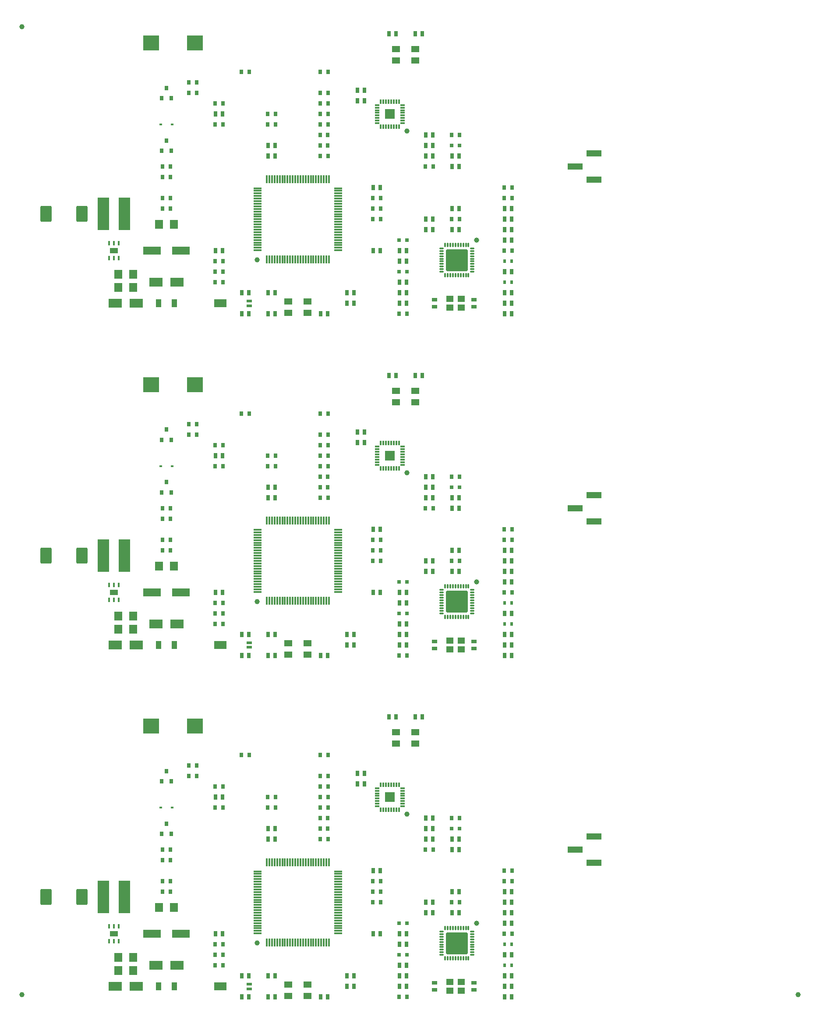
<source format=gtp>
G04*
G04 #@! TF.GenerationSoftware,Altium Limited,Altium Designer,22.11.1 (43)*
G04*
G04 Layer_Color=8421504*
%FSLAX26Y26*%
%MOIN*%
G70*
G04*
G04 #@! TF.SameCoordinates,8CEB45D0-7A21-4CFE-8FF0-22CDAA51B365*
G04*
G04*
G04 #@! TF.FilePolarity,Positive*
G04*
G01*
G75*
%ADD10C,0.039370*%
%ADD11R,0.062992X0.070866*%
%ADD12R,0.137795X0.062992*%
%ADD13R,0.116535X0.050000*%
%ADD14R,0.062992X0.049213*%
%ADD15R,0.027559X0.039370*%
G04:AMPARAMS|DCode=16|XSize=33.071mil|YSize=10.63mil|CornerRadius=1.329mil|HoleSize=0mil|Usage=FLASHONLY|Rotation=270.000|XOffset=0mil|YOffset=0mil|HoleType=Round|Shape=RoundedRectangle|*
%AMROUNDEDRECTD16*
21,1,0.033071,0.007973,0,0,270.0*
21,1,0.030413,0.010630,0,0,270.0*
1,1,0.002657,-0.003986,-0.015207*
1,1,0.002657,-0.003986,0.015207*
1,1,0.002657,0.003986,0.015207*
1,1,0.002657,0.003986,-0.015207*
%
%ADD16ROUNDEDRECTD16*%
G04:AMPARAMS|DCode=17|XSize=33.071mil|YSize=10.63mil|CornerRadius=1.329mil|HoleSize=0mil|Usage=FLASHONLY|Rotation=180.000|XOffset=0mil|YOffset=0mil|HoleType=Round|Shape=RoundedRectangle|*
%AMROUNDEDRECTD17*
21,1,0.033071,0.007973,0,0,180.0*
21,1,0.030413,0.010630,0,0,180.0*
1,1,0.002657,-0.015207,0.003986*
1,1,0.002657,0.015207,0.003986*
1,1,0.002657,0.015207,-0.003986*
1,1,0.002657,-0.015207,-0.003986*
%
%ADD17ROUNDEDRECTD17*%
G04:AMPARAMS|DCode=19|XSize=85.827mil|YSize=122.835mil|CornerRadius=10.728mil|HoleSize=0mil|Usage=FLASHONLY|Rotation=0.000|XOffset=0mil|YOffset=0mil|HoleType=Round|Shape=RoundedRectangle|*
%AMROUNDEDRECTD19*
21,1,0.085827,0.101378,0,0,0.0*
21,1,0.064370,0.122835,0,0,0.0*
1,1,0.021457,0.032185,-0.050689*
1,1,0.021457,-0.032185,-0.050689*
1,1,0.021457,-0.032185,0.050689*
1,1,0.021457,0.032185,0.050689*
%
%ADD19ROUNDEDRECTD19*%
%ADD20R,0.098425X0.066929*%
%ADD21R,0.025591X0.035433*%
%ADD22R,0.029528X0.027559*%
%ADD23R,0.061024X0.011811*%
%ADD24R,0.011811X0.061024*%
%ADD25R,0.120079X0.118110*%
%ADD26R,0.031496X0.035433*%
%ADD27R,0.043307X0.023622*%
%ADD28R,0.094488X0.059055*%
%ADD29R,0.086614X0.248031*%
%ADD31R,0.016535X0.033071*%
%ADD32R,0.039370X0.062992*%
%ADD33R,0.023228X0.017716*%
G04:AMPARAMS|DCode=34|XSize=165.354mil|YSize=165.354mil|CornerRadius=8.268mil|HoleSize=0mil|Usage=FLASHONLY|Rotation=0.000|XOffset=0mil|YOffset=0mil|HoleType=Round|Shape=RoundedRectangle|*
%AMROUNDEDRECTD34*
21,1,0.165354,0.148819,0,0,0.0*
21,1,0.148819,0.165354,0,0,0.0*
1,1,0.016535,0.074409,-0.074409*
1,1,0.016535,-0.074409,-0.074409*
1,1,0.016535,-0.074409,0.074409*
1,1,0.016535,0.074409,0.074409*
%
%ADD34ROUNDEDRECTD34*%
G04:AMPARAMS|DCode=35|XSize=31.496mil|YSize=11.811mil|CornerRadius=2.953mil|HoleSize=0mil|Usage=FLASHONLY|Rotation=270.000|XOffset=0mil|YOffset=0mil|HoleType=Round|Shape=RoundedRectangle|*
%AMROUNDEDRECTD35*
21,1,0.031496,0.005905,0,0,270.0*
21,1,0.025590,0.011811,0,0,270.0*
1,1,0.005906,-0.002953,-0.012795*
1,1,0.005906,-0.002953,0.012795*
1,1,0.005906,0.002953,0.012795*
1,1,0.005906,0.002953,-0.012795*
%
%ADD35ROUNDEDRECTD35*%
G04:AMPARAMS|DCode=36|XSize=31.496mil|YSize=11.811mil|CornerRadius=2.953mil|HoleSize=0mil|Usage=FLASHONLY|Rotation=180.000|XOffset=0mil|YOffset=0mil|HoleType=Round|Shape=RoundedRectangle|*
%AMROUNDEDRECTD36*
21,1,0.031496,0.005905,0,0,180.0*
21,1,0.025590,0.011811,0,0,180.0*
1,1,0.005906,-0.012795,0.002953*
1,1,0.005906,0.012795,0.002953*
1,1,0.005906,0.012795,-0.002953*
1,1,0.005906,-0.012795,-0.002953*
%
%ADD36ROUNDEDRECTD36*%
%ADD37R,0.023622X0.031496*%
%ADD38R,0.039370X0.027559*%
%ADD39R,0.055118X0.047244*%
%ADD67R,0.077165X0.077165*%
G36*
X631125Y5736931D02*
X568875D01*
Y5776770D01*
X631125D01*
Y5736931D01*
D02*
G37*
G36*
Y3138505D02*
X568875D01*
Y3178345D01*
X631125D01*
Y3138505D01*
D02*
G37*
G36*
Y540080D02*
X568875D01*
Y579920D01*
X631125D01*
Y540080D01*
D02*
G37*
G54D10*
X-98425Y7460630D02*
D03*
X5807087Y98425D02*
D03*
X-98425D02*
D03*
X2830000Y1470000D02*
D03*
X3360000Y640000D02*
D03*
X1690000Y490000D02*
D03*
X2830000Y4068425D02*
D03*
X3360000Y3238425D02*
D03*
X1690000Y3088425D02*
D03*
X2830000Y6666850D02*
D03*
X3360000Y5836850D02*
D03*
X1690000Y5686850D02*
D03*
G54D11*
X1055118Y760000D02*
D03*
X944882D02*
D03*
X745118Y380000D02*
D03*
X634882D02*
D03*
X745118Y280000D02*
D03*
X634882D02*
D03*
X1055118Y3358425D02*
D03*
X944882D02*
D03*
X745118Y2978425D02*
D03*
X634882D02*
D03*
X745118Y2878425D02*
D03*
X634882D02*
D03*
X1055118Y5956850D02*
D03*
X944882D02*
D03*
X745118Y5576850D02*
D03*
X634882D02*
D03*
X745118Y5476850D02*
D03*
X634882D02*
D03*
G54D12*
X889764Y560000D02*
D03*
X1110236D02*
D03*
X889764Y3158425D02*
D03*
X1110236D02*
D03*
X889764Y5756850D02*
D03*
X1110236D02*
D03*
G54D13*
X4251732Y1300000D02*
D03*
X4110000Y1200000D02*
D03*
X4251732Y1100000D02*
D03*
Y3898425D02*
D03*
X4110000Y3798425D02*
D03*
X4251732Y3698425D02*
D03*
Y6496850D02*
D03*
X4110000Y6396850D02*
D03*
X4251732Y6296850D02*
D03*
G54D14*
X2892835Y2006693D02*
D03*
X2747166Y2093307D02*
D03*
Y2006693D02*
D03*
X2892835Y2093307D02*
D03*
X2072835Y173307D02*
D03*
X1927166Y86693D02*
D03*
Y173307D02*
D03*
X2072835Y86693D02*
D03*
X2892835Y4605118D02*
D03*
X2747166Y4691732D02*
D03*
Y4605118D02*
D03*
X2892835Y4691732D02*
D03*
X2072835Y2771732D02*
D03*
X1927166Y2685118D02*
D03*
Y2771732D02*
D03*
X2072835Y2685118D02*
D03*
X2892835Y7203543D02*
D03*
X2747166Y7290158D02*
D03*
Y7203543D02*
D03*
X2892835Y7290158D02*
D03*
X2072835Y5370158D02*
D03*
X1927166Y5283543D02*
D03*
Y5370158D02*
D03*
X2072835Y5283543D02*
D03*
G54D15*
X2893425Y2210000D02*
D03*
X2946575D02*
D03*
X2746575D02*
D03*
X2693425D02*
D03*
X2453425Y1700000D02*
D03*
X2506575D02*
D03*
X2453425Y1780000D02*
D03*
X2506575D02*
D03*
X1426575Y1600000D02*
D03*
X1373425D02*
D03*
X3026575Y1280000D02*
D03*
X2973425D02*
D03*
X3173425Y1200000D02*
D03*
X3226575D02*
D03*
X3173425Y1280000D02*
D03*
X3226575D02*
D03*
X3026575Y1440000D02*
D03*
X2973425D02*
D03*
X3026575Y1360000D02*
D03*
X2973425D02*
D03*
X2573425Y560000D02*
D03*
X2626575D02*
D03*
X2426575Y240000D02*
D03*
X2373425D02*
D03*
Y160000D02*
D03*
X2426575D02*
D03*
X2173425Y80000D02*
D03*
X2226575D02*
D03*
X1773425D02*
D03*
X1826575D02*
D03*
X1773425Y240000D02*
D03*
X1826575D02*
D03*
X2626575Y1040000D02*
D03*
X2573425D02*
D03*
X1826575Y1360000D02*
D03*
X1773425D02*
D03*
X1573425Y80000D02*
D03*
X1626575D02*
D03*
X1826575Y1280000D02*
D03*
X1773425D02*
D03*
X3573425Y400000D02*
D03*
X3626575D02*
D03*
Y240000D02*
D03*
X3573425D02*
D03*
Y720000D02*
D03*
X3626575D02*
D03*
X3173425Y880000D02*
D03*
X3226575D02*
D03*
X3573425Y80000D02*
D03*
X3626575D02*
D03*
Y160000D02*
D03*
X3573425D02*
D03*
Y880000D02*
D03*
X3626575D02*
D03*
X3573425Y800000D02*
D03*
X3626575D02*
D03*
X3573425Y640000D02*
D03*
X3626575D02*
D03*
X2826575Y160000D02*
D03*
X2773425D02*
D03*
Y320000D02*
D03*
X2826575D02*
D03*
Y240000D02*
D03*
X2773425D02*
D03*
Y560000D02*
D03*
X2826575D02*
D03*
Y480000D02*
D03*
X2773425D02*
D03*
X3173425Y720000D02*
D03*
X3226575D02*
D03*
X3026575Y800000D02*
D03*
X2973425D02*
D03*
X3026575Y720000D02*
D03*
X2973425D02*
D03*
X1426575Y560000D02*
D03*
X1373425D02*
D03*
X1626575Y240000D02*
D03*
X1573425D02*
D03*
X2893425Y4808425D02*
D03*
X2946575D02*
D03*
X2746575D02*
D03*
X2693425D02*
D03*
X2453425Y4298425D02*
D03*
X2506575D02*
D03*
X2453425Y4378425D02*
D03*
X2506575D02*
D03*
X1426575Y4198425D02*
D03*
X1373425D02*
D03*
X3026575Y3878425D02*
D03*
X2973425D02*
D03*
X3173425Y3798425D02*
D03*
X3226575D02*
D03*
X3173425Y3878425D02*
D03*
X3226575D02*
D03*
X3026575Y4038425D02*
D03*
X2973425D02*
D03*
X3026575Y3958425D02*
D03*
X2973425D02*
D03*
X2573425Y3158425D02*
D03*
X2626575D02*
D03*
X2426575Y2838425D02*
D03*
X2373425D02*
D03*
Y2758425D02*
D03*
X2426575D02*
D03*
X2173425Y2678425D02*
D03*
X2226575D02*
D03*
X1773425D02*
D03*
X1826575D02*
D03*
X1773425Y2838425D02*
D03*
X1826575D02*
D03*
X2626575Y3638425D02*
D03*
X2573425D02*
D03*
X1826575Y3958425D02*
D03*
X1773425D02*
D03*
X1573425Y2678425D02*
D03*
X1626575D02*
D03*
X1826575Y3878425D02*
D03*
X1773425D02*
D03*
X3573425Y2998425D02*
D03*
X3626575D02*
D03*
Y2838425D02*
D03*
X3573425D02*
D03*
Y3318425D02*
D03*
X3626575D02*
D03*
X3173425Y3478425D02*
D03*
X3226575D02*
D03*
X3573425Y2678425D02*
D03*
X3626575D02*
D03*
Y2758425D02*
D03*
X3573425D02*
D03*
Y3478425D02*
D03*
X3626575D02*
D03*
X3573425Y3398425D02*
D03*
X3626575D02*
D03*
X3573425Y3238425D02*
D03*
X3626575D02*
D03*
X2826575Y2758425D02*
D03*
X2773425D02*
D03*
Y2918425D02*
D03*
X2826575D02*
D03*
Y2838425D02*
D03*
X2773425D02*
D03*
Y3158425D02*
D03*
X2826575D02*
D03*
Y3078425D02*
D03*
X2773425D02*
D03*
X3173425Y3318425D02*
D03*
X3226575D02*
D03*
X3026575Y3398425D02*
D03*
X2973425D02*
D03*
X3026575Y3318425D02*
D03*
X2973425D02*
D03*
X1426575Y3158425D02*
D03*
X1373425D02*
D03*
X1626575Y2838425D02*
D03*
X1573425D02*
D03*
X2893425Y7406850D02*
D03*
X2946575D02*
D03*
X2746575D02*
D03*
X2693425D02*
D03*
X2453425Y6896850D02*
D03*
X2506575D02*
D03*
X2453425Y6976850D02*
D03*
X2506575D02*
D03*
X1426575Y6796850D02*
D03*
X1373425D02*
D03*
X3026575Y6476850D02*
D03*
X2973425D02*
D03*
X3173425Y6396850D02*
D03*
X3226575D02*
D03*
X3173425Y6476850D02*
D03*
X3226575D02*
D03*
X3026575Y6636850D02*
D03*
X2973425D02*
D03*
X3026575Y6556850D02*
D03*
X2973425D02*
D03*
X2573425Y5756850D02*
D03*
X2626575D02*
D03*
X2426575Y5436850D02*
D03*
X2373425D02*
D03*
Y5356850D02*
D03*
X2426575D02*
D03*
X2173425Y5276850D02*
D03*
X2226575D02*
D03*
X1773425D02*
D03*
X1826575D02*
D03*
X1773425Y5436850D02*
D03*
X1826575D02*
D03*
X2626575Y6236850D02*
D03*
X2573425D02*
D03*
X1826575Y6556850D02*
D03*
X1773425D02*
D03*
X1573425Y5276850D02*
D03*
X1626575D02*
D03*
X1826575Y6476850D02*
D03*
X1773425D02*
D03*
X3573425Y5596850D02*
D03*
X3626575D02*
D03*
Y5436850D02*
D03*
X3573425D02*
D03*
Y5916850D02*
D03*
X3626575D02*
D03*
X3173425Y6076850D02*
D03*
X3226575D02*
D03*
X3573425Y5276850D02*
D03*
X3626575D02*
D03*
Y5356850D02*
D03*
X3573425D02*
D03*
Y6076850D02*
D03*
X3626575D02*
D03*
X3573425Y5996850D02*
D03*
X3626575D02*
D03*
X3573425Y5836850D02*
D03*
X3626575D02*
D03*
X2826575Y5356850D02*
D03*
X2773425D02*
D03*
Y5516850D02*
D03*
X2826575D02*
D03*
Y5436850D02*
D03*
X2773425D02*
D03*
Y5756850D02*
D03*
X2826575D02*
D03*
Y5676850D02*
D03*
X2773425D02*
D03*
X3173425Y5916850D02*
D03*
X3226575D02*
D03*
X3026575Y5996850D02*
D03*
X2973425D02*
D03*
X3026575Y5916850D02*
D03*
X2973425D02*
D03*
X1426575Y5756850D02*
D03*
X1373425D02*
D03*
X1626575Y5436850D02*
D03*
X1573425D02*
D03*
G54D16*
X2768898Y1695866D02*
D03*
X2749213D02*
D03*
X2729528D02*
D03*
X2709843D02*
D03*
X2690158D02*
D03*
X2670472D02*
D03*
X2650787D02*
D03*
X2631102D02*
D03*
Y1504134D02*
D03*
X2650787D02*
D03*
X2670472D02*
D03*
X2690158D02*
D03*
X2709843D02*
D03*
X2729528D02*
D03*
X2749213D02*
D03*
X2768898D02*
D03*
Y4294291D02*
D03*
X2749213D02*
D03*
X2729528D02*
D03*
X2709843D02*
D03*
X2690158D02*
D03*
X2670472D02*
D03*
X2650787D02*
D03*
X2631102D02*
D03*
Y4102559D02*
D03*
X2650787D02*
D03*
X2670472D02*
D03*
X2690158D02*
D03*
X2709843D02*
D03*
X2729528D02*
D03*
X2749213D02*
D03*
X2768898D02*
D03*
Y6892717D02*
D03*
X2749213D02*
D03*
X2729528D02*
D03*
X2709843D02*
D03*
X2690158D02*
D03*
X2670472D02*
D03*
X2650787D02*
D03*
X2631102D02*
D03*
Y6700984D02*
D03*
X2650787D02*
D03*
X2670472D02*
D03*
X2690158D02*
D03*
X2709843D02*
D03*
X2729528D02*
D03*
X2749213D02*
D03*
X2768898D02*
D03*
G54D17*
X2795866Y1531102D02*
D03*
Y1550787D02*
D03*
Y1570472D02*
D03*
Y1590158D02*
D03*
Y1609842D02*
D03*
Y1629528D02*
D03*
Y1649213D02*
D03*
Y1668898D02*
D03*
X2604134D02*
D03*
Y1649213D02*
D03*
Y1629528D02*
D03*
Y1609842D02*
D03*
Y1590158D02*
D03*
Y1570472D02*
D03*
Y1550787D02*
D03*
Y1531102D02*
D03*
X2795866Y4129528D02*
D03*
Y4149213D02*
D03*
Y4168898D02*
D03*
Y4188583D02*
D03*
Y4208268D02*
D03*
Y4227953D02*
D03*
Y4247638D02*
D03*
Y4267323D02*
D03*
X2604134D02*
D03*
Y4247638D02*
D03*
Y4227953D02*
D03*
Y4208268D02*
D03*
Y4188583D02*
D03*
Y4168898D02*
D03*
Y4149213D02*
D03*
Y4129528D02*
D03*
X2795866Y6727953D02*
D03*
Y6747638D02*
D03*
Y6767323D02*
D03*
Y6787008D02*
D03*
Y6806693D02*
D03*
Y6826378D02*
D03*
Y6846063D02*
D03*
Y6865748D02*
D03*
X2604134D02*
D03*
Y6846063D02*
D03*
Y6826378D02*
D03*
Y6806693D02*
D03*
Y6787008D02*
D03*
Y6767323D02*
D03*
Y6747638D02*
D03*
Y6727953D02*
D03*
G54D19*
X357205Y840000D02*
D03*
X82795D02*
D03*
X357205Y3438425D02*
D03*
X82795D02*
D03*
X357205Y6036850D02*
D03*
X82795D02*
D03*
G54D20*
X1078740Y320000D02*
D03*
X921260D02*
D03*
X611260Y160000D02*
D03*
X768740D02*
D03*
X1078740Y2918425D02*
D03*
X921260D02*
D03*
X611260Y2758425D02*
D03*
X768740D02*
D03*
X1078740Y5516850D02*
D03*
X921260D02*
D03*
X611260Y5356850D02*
D03*
X768740D02*
D03*
G54D21*
X2171457Y1920000D02*
D03*
X2228543D02*
D03*
X1828543Y1520000D02*
D03*
X1771457D02*
D03*
X1371457Y1680000D02*
D03*
X1428543D02*
D03*
Y1520000D02*
D03*
X1371457D02*
D03*
X1771457Y1600000D02*
D03*
X1828543D02*
D03*
X2971457Y1200000D02*
D03*
X3028543D02*
D03*
X3228543Y1440000D02*
D03*
X3171457D02*
D03*
X2571457Y800000D02*
D03*
X2628543D02*
D03*
X2571457Y880000D02*
D03*
X2628543D02*
D03*
X2571457Y960000D02*
D03*
X2628543D02*
D03*
X1428543Y480000D02*
D03*
X1371457D02*
D03*
X2170000Y1360000D02*
D03*
X2227087D02*
D03*
X2171457Y1280000D02*
D03*
X2228543D02*
D03*
X2171457Y1600000D02*
D03*
X2228543D02*
D03*
X2170000Y1440000D02*
D03*
X2227087D02*
D03*
X2171457Y1520000D02*
D03*
X2228543D02*
D03*
X2171457Y1760000D02*
D03*
X2228543D02*
D03*
X2171457Y1680000D02*
D03*
X2228543D02*
D03*
X1571457Y1920000D02*
D03*
X1628543D02*
D03*
X1371457Y400000D02*
D03*
X1428543D02*
D03*
X1371457Y320000D02*
D03*
X1428543D02*
D03*
X1171457Y1760000D02*
D03*
X1228543D02*
D03*
Y1840000D02*
D03*
X1171457D02*
D03*
X971457Y960000D02*
D03*
X1028543D02*
D03*
Y1120000D02*
D03*
X971457D02*
D03*
Y880000D02*
D03*
X1028543D02*
D03*
X971457Y1200000D02*
D03*
X1028543D02*
D03*
X2828543Y80000D02*
D03*
X2771457D02*
D03*
X3571457Y1040000D02*
D03*
X3628543D02*
D03*
X3571457Y960000D02*
D03*
X3628543D02*
D03*
X3571457Y560000D02*
D03*
X3628543D02*
D03*
X3228543Y800000D02*
D03*
X3171457D02*
D03*
X2171457Y4518425D02*
D03*
X2228543D02*
D03*
X1828543Y4118425D02*
D03*
X1771457D02*
D03*
X1371457Y4278425D02*
D03*
X1428543D02*
D03*
Y4118425D02*
D03*
X1371457D02*
D03*
X1771457Y4198425D02*
D03*
X1828543D02*
D03*
X2971457Y3798425D02*
D03*
X3028543D02*
D03*
X3228543Y4038425D02*
D03*
X3171457D02*
D03*
X2571457Y3398425D02*
D03*
X2628543D02*
D03*
X2571457Y3478425D02*
D03*
X2628543D02*
D03*
X2571457Y3558425D02*
D03*
X2628543D02*
D03*
X1428543Y3078425D02*
D03*
X1371457D02*
D03*
X2170000Y3958425D02*
D03*
X2227087D02*
D03*
X2171457Y3878425D02*
D03*
X2228543D02*
D03*
X2171457Y4198425D02*
D03*
X2228543D02*
D03*
X2170000Y4038425D02*
D03*
X2227087D02*
D03*
X2171457Y4118425D02*
D03*
X2228543D02*
D03*
X2171457Y4358425D02*
D03*
X2228543D02*
D03*
X2171457Y4278425D02*
D03*
X2228543D02*
D03*
X1571457Y4518425D02*
D03*
X1628543D02*
D03*
X1371457Y2998425D02*
D03*
X1428543D02*
D03*
X1371457Y2918425D02*
D03*
X1428543D02*
D03*
X1171457Y4358425D02*
D03*
X1228543D02*
D03*
Y4438425D02*
D03*
X1171457D02*
D03*
X971457Y3558425D02*
D03*
X1028543D02*
D03*
Y3718425D02*
D03*
X971457D02*
D03*
Y3478425D02*
D03*
X1028543D02*
D03*
X971457Y3798425D02*
D03*
X1028543D02*
D03*
X2828543Y2678425D02*
D03*
X2771457D02*
D03*
X3571457Y3638425D02*
D03*
X3628543D02*
D03*
X3571457Y3558425D02*
D03*
X3628543D02*
D03*
X3571457Y3158425D02*
D03*
X3628543D02*
D03*
X3228543Y3398425D02*
D03*
X3171457D02*
D03*
X2171457Y7116850D02*
D03*
X2228543D02*
D03*
X1828543Y6716850D02*
D03*
X1771457D02*
D03*
X1371457Y6876850D02*
D03*
X1428543D02*
D03*
Y6716850D02*
D03*
X1371457D02*
D03*
X1771457Y6796850D02*
D03*
X1828543D02*
D03*
X2971457Y6396850D02*
D03*
X3028543D02*
D03*
X3228543Y6636850D02*
D03*
X3171457D02*
D03*
X2571457Y5996850D02*
D03*
X2628543D02*
D03*
X2571457Y6076850D02*
D03*
X2628543D02*
D03*
X2571457Y6156850D02*
D03*
X2628543D02*
D03*
X1428543Y5676850D02*
D03*
X1371457D02*
D03*
X2170000Y6556850D02*
D03*
X2227087D02*
D03*
X2171457Y6476850D02*
D03*
X2228543D02*
D03*
X2171457Y6796850D02*
D03*
X2228543D02*
D03*
X2170000Y6636850D02*
D03*
X2227087D02*
D03*
X2171457Y6716850D02*
D03*
X2228543D02*
D03*
X2171457Y6956850D02*
D03*
X2228543D02*
D03*
X2171457Y6876850D02*
D03*
X2228543D02*
D03*
X1571457Y7116850D02*
D03*
X1628543D02*
D03*
X1371457Y5596850D02*
D03*
X1428543D02*
D03*
X1371457Y5516850D02*
D03*
X1428543D02*
D03*
X1171457Y6956850D02*
D03*
X1228543D02*
D03*
Y7036850D02*
D03*
X1171457D02*
D03*
X971457Y6156850D02*
D03*
X1028543D02*
D03*
Y6316850D02*
D03*
X971457D02*
D03*
Y6076850D02*
D03*
X1028543D02*
D03*
X971457Y6396850D02*
D03*
X1028543D02*
D03*
X2828543Y5276850D02*
D03*
X2771457D02*
D03*
X3571457Y6236850D02*
D03*
X3628543D02*
D03*
X3571457Y6156850D02*
D03*
X3628543D02*
D03*
X3571457Y5756850D02*
D03*
X3628543D02*
D03*
X3228543Y5996850D02*
D03*
X3171457D02*
D03*
G54D22*
X3228543Y1360000D02*
D03*
X3171457D02*
D03*
X2828543Y640000D02*
D03*
X2771457D02*
D03*
Y400000D02*
D03*
X2828543D02*
D03*
X3228543Y3958425D02*
D03*
X3171457D02*
D03*
X2828543Y3238425D02*
D03*
X2771457D02*
D03*
Y2998425D02*
D03*
X2828543D02*
D03*
X3228543Y6556850D02*
D03*
X3171457D02*
D03*
X2828543Y5836850D02*
D03*
X2771457D02*
D03*
Y5596850D02*
D03*
X2828543D02*
D03*
G54D23*
X1694882Y563779D02*
D03*
Y583465D02*
D03*
Y603150D02*
D03*
Y622835D02*
D03*
Y642520D02*
D03*
Y662205D02*
D03*
Y681890D02*
D03*
Y701575D02*
D03*
Y721260D02*
D03*
Y740945D02*
D03*
Y760630D02*
D03*
Y780315D02*
D03*
Y800000D02*
D03*
Y819685D02*
D03*
Y839370D02*
D03*
Y859055D02*
D03*
Y878740D02*
D03*
Y898425D02*
D03*
Y918110D02*
D03*
Y937795D02*
D03*
Y957480D02*
D03*
Y977165D02*
D03*
Y996850D02*
D03*
Y1016535D02*
D03*
Y1036220D02*
D03*
X2305118D02*
D03*
Y1016535D02*
D03*
Y996850D02*
D03*
Y977165D02*
D03*
Y957480D02*
D03*
Y937795D02*
D03*
Y918110D02*
D03*
Y898425D02*
D03*
Y878740D02*
D03*
Y859055D02*
D03*
Y839370D02*
D03*
Y819685D02*
D03*
Y800000D02*
D03*
Y780315D02*
D03*
Y760630D02*
D03*
Y740945D02*
D03*
Y721260D02*
D03*
Y701575D02*
D03*
Y681890D02*
D03*
Y662205D02*
D03*
Y642520D02*
D03*
Y622835D02*
D03*
Y603150D02*
D03*
Y583465D02*
D03*
Y563779D02*
D03*
X1694882Y3162205D02*
D03*
Y3181890D02*
D03*
Y3201575D02*
D03*
Y3221260D02*
D03*
Y3240945D02*
D03*
Y3260630D02*
D03*
Y3280315D02*
D03*
Y3300000D02*
D03*
Y3319685D02*
D03*
Y3339370D02*
D03*
Y3359055D02*
D03*
Y3378740D02*
D03*
Y3398425D02*
D03*
Y3418110D02*
D03*
Y3437795D02*
D03*
Y3457480D02*
D03*
Y3477165D02*
D03*
Y3496850D02*
D03*
Y3516535D02*
D03*
Y3536220D02*
D03*
Y3555905D02*
D03*
Y3575591D02*
D03*
Y3595276D02*
D03*
Y3614961D02*
D03*
Y3634646D02*
D03*
X2305118D02*
D03*
Y3614961D02*
D03*
Y3595276D02*
D03*
Y3575591D02*
D03*
Y3555905D02*
D03*
Y3536220D02*
D03*
Y3516535D02*
D03*
Y3496850D02*
D03*
Y3477165D02*
D03*
Y3457480D02*
D03*
Y3437795D02*
D03*
Y3418110D02*
D03*
Y3398425D02*
D03*
Y3378740D02*
D03*
Y3359055D02*
D03*
Y3339370D02*
D03*
Y3319685D02*
D03*
Y3300000D02*
D03*
Y3280315D02*
D03*
Y3260630D02*
D03*
Y3240945D02*
D03*
Y3221260D02*
D03*
Y3201575D02*
D03*
Y3181890D02*
D03*
Y3162205D02*
D03*
X1694882Y5760630D02*
D03*
Y5780315D02*
D03*
Y5800000D02*
D03*
Y5819685D02*
D03*
Y5839370D02*
D03*
Y5859055D02*
D03*
Y5878740D02*
D03*
Y5898425D02*
D03*
Y5918110D02*
D03*
Y5937795D02*
D03*
Y5957480D02*
D03*
Y5977165D02*
D03*
Y5996850D02*
D03*
Y6016535D02*
D03*
Y6036221D02*
D03*
Y6055905D02*
D03*
Y6075591D02*
D03*
Y6095276D02*
D03*
Y6114961D02*
D03*
Y6134646D02*
D03*
Y6154331D02*
D03*
Y6174016D02*
D03*
Y6193701D02*
D03*
Y6213386D02*
D03*
Y6233071D02*
D03*
X2305118D02*
D03*
Y6213386D02*
D03*
Y6193701D02*
D03*
Y6174016D02*
D03*
Y6154331D02*
D03*
Y6134646D02*
D03*
Y6114961D02*
D03*
Y6095276D02*
D03*
Y6075591D02*
D03*
Y6055905D02*
D03*
Y6036221D02*
D03*
Y6016535D02*
D03*
Y5996850D02*
D03*
Y5977165D02*
D03*
Y5957480D02*
D03*
Y5937795D02*
D03*
Y5918110D02*
D03*
Y5898425D02*
D03*
Y5878740D02*
D03*
Y5859055D02*
D03*
Y5839370D02*
D03*
Y5819685D02*
D03*
Y5800000D02*
D03*
Y5780315D02*
D03*
Y5760630D02*
D03*
G54D24*
X1763780Y1105118D02*
D03*
X1783465D02*
D03*
X1803150D02*
D03*
X1822835D02*
D03*
X1842520D02*
D03*
X1862205D02*
D03*
X1881890D02*
D03*
X1901575D02*
D03*
X1921260D02*
D03*
X1940945D02*
D03*
X1960630D02*
D03*
X1980315D02*
D03*
X2000000D02*
D03*
X2019685D02*
D03*
X2039370D02*
D03*
X2059055D02*
D03*
X2078740D02*
D03*
X2098425D02*
D03*
X2118110D02*
D03*
X2137795D02*
D03*
X2157480D02*
D03*
X2177166D02*
D03*
X2196851D02*
D03*
X2216535D02*
D03*
X2236221D02*
D03*
Y494882D02*
D03*
X2216535D02*
D03*
X2196851D02*
D03*
X2177166D02*
D03*
X2157480D02*
D03*
X2137795D02*
D03*
X2118110D02*
D03*
X2098425D02*
D03*
X2078740D02*
D03*
X2059055D02*
D03*
X2039370D02*
D03*
X2019685D02*
D03*
X2000000D02*
D03*
X1980315D02*
D03*
X1960630D02*
D03*
X1940945D02*
D03*
X1921260D02*
D03*
X1901575D02*
D03*
X1881890D02*
D03*
X1862205D02*
D03*
X1842520D02*
D03*
X1822835D02*
D03*
X1803150D02*
D03*
X1783465D02*
D03*
X1763780D02*
D03*
Y3703543D02*
D03*
X1783465D02*
D03*
X1803150D02*
D03*
X1822835D02*
D03*
X1842520D02*
D03*
X1862205D02*
D03*
X1881890D02*
D03*
X1901575D02*
D03*
X1921260D02*
D03*
X1940945D02*
D03*
X1960630D02*
D03*
X1980315D02*
D03*
X2000000D02*
D03*
X2019685D02*
D03*
X2039370D02*
D03*
X2059055D02*
D03*
X2078740D02*
D03*
X2098425D02*
D03*
X2118110D02*
D03*
X2137795D02*
D03*
X2157480D02*
D03*
X2177166D02*
D03*
X2196851D02*
D03*
X2216535D02*
D03*
X2236221D02*
D03*
Y3093307D02*
D03*
X2216535D02*
D03*
X2196851D02*
D03*
X2177166D02*
D03*
X2157480D02*
D03*
X2137795D02*
D03*
X2118110D02*
D03*
X2098425D02*
D03*
X2078740D02*
D03*
X2059055D02*
D03*
X2039370D02*
D03*
X2019685D02*
D03*
X2000000D02*
D03*
X1980315D02*
D03*
X1960630D02*
D03*
X1940945D02*
D03*
X1921260D02*
D03*
X1901575D02*
D03*
X1881890D02*
D03*
X1862205D02*
D03*
X1842520D02*
D03*
X1822835D02*
D03*
X1803150D02*
D03*
X1783465D02*
D03*
X1763780D02*
D03*
Y6301968D02*
D03*
X1783465D02*
D03*
X1803150D02*
D03*
X1822835D02*
D03*
X1842520D02*
D03*
X1862205D02*
D03*
X1881890D02*
D03*
X1901575D02*
D03*
X1921260D02*
D03*
X1940945D02*
D03*
X1960630D02*
D03*
X1980315D02*
D03*
X2000000D02*
D03*
X2019685D02*
D03*
X2039370D02*
D03*
X2059055D02*
D03*
X2078740D02*
D03*
X2098425D02*
D03*
X2118110D02*
D03*
X2137795D02*
D03*
X2157480D02*
D03*
X2177166D02*
D03*
X2196851D02*
D03*
X2216535D02*
D03*
X2236221D02*
D03*
Y5691732D02*
D03*
X2216535D02*
D03*
X2196851D02*
D03*
X2177166D02*
D03*
X2157480D02*
D03*
X2137795D02*
D03*
X2118110D02*
D03*
X2098425D02*
D03*
X2078740D02*
D03*
X2059055D02*
D03*
X2039370D02*
D03*
X2019685D02*
D03*
X2000000D02*
D03*
X1980315D02*
D03*
X1960630D02*
D03*
X1940945D02*
D03*
X1921260D02*
D03*
X1901575D02*
D03*
X1881890D02*
D03*
X1862205D02*
D03*
X1842520D02*
D03*
X1822835D02*
D03*
X1803150D02*
D03*
X1783465D02*
D03*
X1763780D02*
D03*
G54D25*
X883662Y2140000D02*
D03*
X1216339D02*
D03*
X883662Y4738425D02*
D03*
X1216339D02*
D03*
X883662Y7336850D02*
D03*
X1216339D02*
D03*
G54D26*
X1037402Y1720630D02*
D03*
X1000000Y1799370D02*
D03*
X962598Y1720630D02*
D03*
X1037402Y1320630D02*
D03*
X1000000Y1399370D02*
D03*
X962598Y1320630D02*
D03*
X1037402Y4319055D02*
D03*
X1000000Y4397795D02*
D03*
X962598Y4319055D02*
D03*
X1037402Y3919055D02*
D03*
X1000000Y3997795D02*
D03*
X962598Y3919055D02*
D03*
X1037402Y6917480D02*
D03*
X1000000Y6996221D02*
D03*
X962598Y6917480D02*
D03*
X1037402Y6517480D02*
D03*
X1000000Y6596221D02*
D03*
X962598Y6517480D02*
D03*
G54D27*
X1629252Y177716D02*
D03*
Y142284D02*
D03*
Y2776142D02*
D03*
Y2740709D02*
D03*
Y5374567D02*
D03*
Y5339134D02*
D03*
G54D28*
X1410748Y160000D02*
D03*
Y2758425D02*
D03*
Y5356850D02*
D03*
G54D29*
X519291Y840000D02*
D03*
X680709D02*
D03*
X519291Y3438425D02*
D03*
X680709D02*
D03*
X519291Y6036850D02*
D03*
X680709D02*
D03*
G54D31*
X637402Y503504D02*
D03*
X600000D02*
D03*
X562598D02*
D03*
Y616496D02*
D03*
X600000D02*
D03*
X637402D02*
D03*
Y3101929D02*
D03*
X600000D02*
D03*
X562598D02*
D03*
Y3214921D02*
D03*
X600000D02*
D03*
X637402D02*
D03*
Y5700354D02*
D03*
X600000D02*
D03*
X562598D02*
D03*
Y5813346D02*
D03*
X600000D02*
D03*
X637402D02*
D03*
G54D32*
X1059055Y160000D02*
D03*
X940945D02*
D03*
X1059055Y2758425D02*
D03*
X940945D02*
D03*
X1059055Y5356850D02*
D03*
X940945D02*
D03*
G54D33*
X1044291Y1520000D02*
D03*
X955709D02*
D03*
X1044291Y4118425D02*
D03*
X955709D02*
D03*
X1044291Y6716850D02*
D03*
X955709D02*
D03*
G54D34*
X3209528Y489528D02*
D03*
Y3087953D02*
D03*
Y5686378D02*
D03*
G54D35*
X3120945Y605669D02*
D03*
X3140630D02*
D03*
X3160315D02*
D03*
X3180000D02*
D03*
X3199685D02*
D03*
X3219370D02*
D03*
X3239055D02*
D03*
X3258740D02*
D03*
X3278425D02*
D03*
X3298110D02*
D03*
Y373386D02*
D03*
X3278425D02*
D03*
X3258740D02*
D03*
X3239055D02*
D03*
X3219370D02*
D03*
X3199685D02*
D03*
X3180000D02*
D03*
X3160315D02*
D03*
X3140630D02*
D03*
X3120945D02*
D03*
Y3204095D02*
D03*
X3140630D02*
D03*
X3160315D02*
D03*
X3180000D02*
D03*
X3199685D02*
D03*
X3219370D02*
D03*
X3239055D02*
D03*
X3258740D02*
D03*
X3278425D02*
D03*
X3298110D02*
D03*
Y2971811D02*
D03*
X3278425D02*
D03*
X3258740D02*
D03*
X3239055D02*
D03*
X3219370D02*
D03*
X3199685D02*
D03*
X3180000D02*
D03*
X3160315D02*
D03*
X3140630D02*
D03*
X3120945D02*
D03*
Y5802520D02*
D03*
X3140630D02*
D03*
X3160315D02*
D03*
X3180000D02*
D03*
X3199685D02*
D03*
X3219370D02*
D03*
X3239055D02*
D03*
X3258740D02*
D03*
X3278425D02*
D03*
X3298110D02*
D03*
Y5570236D02*
D03*
X3278425D02*
D03*
X3258740D02*
D03*
X3239055D02*
D03*
X3219370D02*
D03*
X3199685D02*
D03*
X3180000D02*
D03*
X3160315D02*
D03*
X3140630D02*
D03*
X3120945D02*
D03*
G54D36*
X3325669Y578110D02*
D03*
Y558425D02*
D03*
Y538740D02*
D03*
Y519055D02*
D03*
Y499370D02*
D03*
Y479685D02*
D03*
Y460000D02*
D03*
Y440315D02*
D03*
Y420630D02*
D03*
Y400945D02*
D03*
X3093386D02*
D03*
Y420630D02*
D03*
Y440315D02*
D03*
Y460000D02*
D03*
Y479685D02*
D03*
Y499370D02*
D03*
Y519055D02*
D03*
Y538740D02*
D03*
Y558425D02*
D03*
Y578110D02*
D03*
X3325669Y3176535D02*
D03*
Y3156850D02*
D03*
Y3137165D02*
D03*
Y3117480D02*
D03*
Y3097795D02*
D03*
Y3078110D02*
D03*
Y3058425D02*
D03*
Y3038740D02*
D03*
Y3019055D02*
D03*
Y2999370D02*
D03*
X3093386D02*
D03*
Y3019055D02*
D03*
Y3038740D02*
D03*
Y3058425D02*
D03*
Y3078110D02*
D03*
Y3097795D02*
D03*
Y3117480D02*
D03*
Y3137165D02*
D03*
Y3156850D02*
D03*
Y3176535D02*
D03*
X3325669Y5774961D02*
D03*
Y5755276D02*
D03*
Y5735591D02*
D03*
Y5715906D02*
D03*
Y5696221D02*
D03*
Y5676535D02*
D03*
Y5656850D02*
D03*
Y5637165D02*
D03*
Y5617480D02*
D03*
Y5597795D02*
D03*
X3093386D02*
D03*
Y5617480D02*
D03*
Y5637165D02*
D03*
Y5656850D02*
D03*
Y5676535D02*
D03*
Y5696221D02*
D03*
Y5715906D02*
D03*
Y5735591D02*
D03*
Y5755276D02*
D03*
Y5774961D02*
D03*
G54D37*
X3572441Y320000D02*
D03*
X3627559D02*
D03*
X3572441Y480000D02*
D03*
X3627559D02*
D03*
X3572441Y2918425D02*
D03*
X3627559D02*
D03*
X3572441Y3078425D02*
D03*
X3627559D02*
D03*
X3572441Y5516850D02*
D03*
X3627559D02*
D03*
X3572441Y5676850D02*
D03*
X3627559D02*
D03*
G54D38*
X3340000Y186575D02*
D03*
Y133425D02*
D03*
X3040000D02*
D03*
Y186575D02*
D03*
X3340000Y2785000D02*
D03*
Y2731850D02*
D03*
X3040000D02*
D03*
Y2785000D02*
D03*
X3340000Y5383425D02*
D03*
Y5330276D02*
D03*
X3040000D02*
D03*
Y5383425D02*
D03*
G54D39*
X3156693Y193465D02*
D03*
X3243307D02*
D03*
X3156693Y126535D02*
D03*
X3243307D02*
D03*
X3156693Y2791890D02*
D03*
X3243307D02*
D03*
X3156693Y2724961D02*
D03*
X3243307D02*
D03*
X3156693Y5390315D02*
D03*
X3243307D02*
D03*
X3156693Y5323386D02*
D03*
X3243307D02*
D03*
G54D67*
X2700000Y1600000D02*
D03*
Y4198425D02*
D03*
Y6796850D02*
D03*
M02*

</source>
